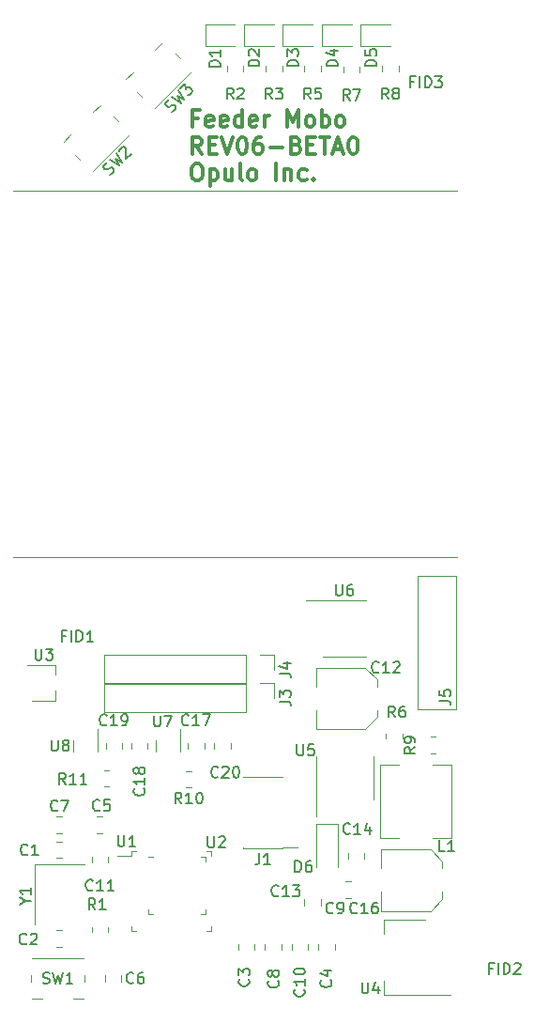
<source format=gbr>
G04 #@! TF.GenerationSoftware,KiCad,Pcbnew,(6.0.1-0)*
G04 #@! TF.CreationDate,2022-04-24T19:17:24-04:00*
G04 #@! TF.ProjectId,mobo,6d6f626f-2e6b-4696-9361-645f70636258,rev?*
G04 #@! TF.SameCoordinates,Original*
G04 #@! TF.FileFunction,Legend,Top*
G04 #@! TF.FilePolarity,Positive*
%FSLAX46Y46*%
G04 Gerber Fmt 4.6, Leading zero omitted, Abs format (unit mm)*
G04 Created by KiCad (PCBNEW (6.0.1-0)) date 2022-04-24 19:17:24*
%MOMM*%
%LPD*%
G01*
G04 APERTURE LIST*
%ADD10C,0.120000*%
%ADD11C,0.300000*%
%ADD12C,0.150000*%
G04 APERTURE END LIST*
D10*
X-40000000Y33000000D02*
X0Y33000000D01*
X0Y0D02*
X-40000000Y0D01*
D11*
X-23347857Y39522142D02*
X-23847857Y39522142D01*
X-23847857Y38736428D02*
X-23847857Y40236428D01*
X-23133571Y40236428D01*
X-21990714Y38807857D02*
X-22133571Y38736428D01*
X-22419285Y38736428D01*
X-22562142Y38807857D01*
X-22633571Y38950714D01*
X-22633571Y39522142D01*
X-22562142Y39665000D01*
X-22419285Y39736428D01*
X-22133571Y39736428D01*
X-21990714Y39665000D01*
X-21919285Y39522142D01*
X-21919285Y39379285D01*
X-22633571Y39236428D01*
X-20705000Y38807857D02*
X-20847857Y38736428D01*
X-21133571Y38736428D01*
X-21276428Y38807857D01*
X-21347857Y38950714D01*
X-21347857Y39522142D01*
X-21276428Y39665000D01*
X-21133571Y39736428D01*
X-20847857Y39736428D01*
X-20705000Y39665000D01*
X-20633571Y39522142D01*
X-20633571Y39379285D01*
X-21347857Y39236428D01*
X-19347857Y38736428D02*
X-19347857Y40236428D01*
X-19347857Y38807857D02*
X-19490714Y38736428D01*
X-19776428Y38736428D01*
X-19919285Y38807857D01*
X-19990714Y38879285D01*
X-20062142Y39022142D01*
X-20062142Y39450714D01*
X-19990714Y39593571D01*
X-19919285Y39665000D01*
X-19776428Y39736428D01*
X-19490714Y39736428D01*
X-19347857Y39665000D01*
X-18062142Y38807857D02*
X-18205000Y38736428D01*
X-18490714Y38736428D01*
X-18633571Y38807857D01*
X-18705000Y38950714D01*
X-18705000Y39522142D01*
X-18633571Y39665000D01*
X-18490714Y39736428D01*
X-18205000Y39736428D01*
X-18062142Y39665000D01*
X-17990714Y39522142D01*
X-17990714Y39379285D01*
X-18705000Y39236428D01*
X-17347857Y38736428D02*
X-17347857Y39736428D01*
X-17347857Y39450714D02*
X-17276428Y39593571D01*
X-17205000Y39665000D01*
X-17062142Y39736428D01*
X-16919285Y39736428D01*
X-15276428Y38736428D02*
X-15276428Y40236428D01*
X-14776428Y39165000D01*
X-14276428Y40236428D01*
X-14276428Y38736428D01*
X-13347857Y38736428D02*
X-13490714Y38807857D01*
X-13562142Y38879285D01*
X-13633571Y39022142D01*
X-13633571Y39450714D01*
X-13562142Y39593571D01*
X-13490714Y39665000D01*
X-13347857Y39736428D01*
X-13133571Y39736428D01*
X-12990714Y39665000D01*
X-12919285Y39593571D01*
X-12847857Y39450714D01*
X-12847857Y39022142D01*
X-12919285Y38879285D01*
X-12990714Y38807857D01*
X-13133571Y38736428D01*
X-13347857Y38736428D01*
X-12205000Y38736428D02*
X-12205000Y40236428D01*
X-12205000Y39665000D02*
X-12062142Y39736428D01*
X-11776428Y39736428D01*
X-11633571Y39665000D01*
X-11562142Y39593571D01*
X-11490714Y39450714D01*
X-11490714Y39022142D01*
X-11562142Y38879285D01*
X-11633571Y38807857D01*
X-11776428Y38736428D01*
X-12062142Y38736428D01*
X-12205000Y38807857D01*
X-10633571Y38736428D02*
X-10776428Y38807857D01*
X-10847857Y38879285D01*
X-10919285Y39022142D01*
X-10919285Y39450714D01*
X-10847857Y39593571D01*
X-10776428Y39665000D01*
X-10633571Y39736428D01*
X-10419285Y39736428D01*
X-10276428Y39665000D01*
X-10205000Y39593571D01*
X-10133571Y39450714D01*
X-10133571Y39022142D01*
X-10205000Y38879285D01*
X-10276428Y38807857D01*
X-10419285Y38736428D01*
X-10633571Y38736428D01*
X-22990714Y36321428D02*
X-23490714Y37035714D01*
X-23847857Y36321428D02*
X-23847857Y37821428D01*
X-23276428Y37821428D01*
X-23133571Y37750000D01*
X-23062142Y37678571D01*
X-22990714Y37535714D01*
X-22990714Y37321428D01*
X-23062142Y37178571D01*
X-23133571Y37107142D01*
X-23276428Y37035714D01*
X-23847857Y37035714D01*
X-22347857Y37107142D02*
X-21847857Y37107142D01*
X-21633571Y36321428D02*
X-22347857Y36321428D01*
X-22347857Y37821428D01*
X-21633571Y37821428D01*
X-21205000Y37821428D02*
X-20705000Y36321428D01*
X-20205000Y37821428D01*
X-19419285Y37821428D02*
X-19276428Y37821428D01*
X-19133571Y37750000D01*
X-19062142Y37678571D01*
X-18990714Y37535714D01*
X-18919285Y37250000D01*
X-18919285Y36892857D01*
X-18990714Y36607142D01*
X-19062142Y36464285D01*
X-19133571Y36392857D01*
X-19276428Y36321428D01*
X-19419285Y36321428D01*
X-19562142Y36392857D01*
X-19633571Y36464285D01*
X-19705000Y36607142D01*
X-19776428Y36892857D01*
X-19776428Y37250000D01*
X-19705000Y37535714D01*
X-19633571Y37678571D01*
X-19562142Y37750000D01*
X-19419285Y37821428D01*
X-17633571Y37821428D02*
X-17919285Y37821428D01*
X-18062142Y37750000D01*
X-18133571Y37678571D01*
X-18276428Y37464285D01*
X-18347857Y37178571D01*
X-18347857Y36607142D01*
X-18276428Y36464285D01*
X-18205000Y36392857D01*
X-18062142Y36321428D01*
X-17776428Y36321428D01*
X-17633571Y36392857D01*
X-17562142Y36464285D01*
X-17490714Y36607142D01*
X-17490714Y36964285D01*
X-17562142Y37107142D01*
X-17633571Y37178571D01*
X-17776428Y37250000D01*
X-18062142Y37250000D01*
X-18205000Y37178571D01*
X-18276428Y37107142D01*
X-18347857Y36964285D01*
X-16847857Y36892857D02*
X-15705000Y36892857D01*
X-14490714Y37107142D02*
X-14276428Y37035714D01*
X-14205000Y36964285D01*
X-14133571Y36821428D01*
X-14133571Y36607142D01*
X-14205000Y36464285D01*
X-14276428Y36392857D01*
X-14419285Y36321428D01*
X-14990714Y36321428D01*
X-14990714Y37821428D01*
X-14490714Y37821428D01*
X-14347857Y37750000D01*
X-14276428Y37678571D01*
X-14205000Y37535714D01*
X-14205000Y37392857D01*
X-14276428Y37250000D01*
X-14347857Y37178571D01*
X-14490714Y37107142D01*
X-14990714Y37107142D01*
X-13490714Y37107142D02*
X-12990714Y37107142D01*
X-12776428Y36321428D02*
X-13490714Y36321428D01*
X-13490714Y37821428D01*
X-12776428Y37821428D01*
X-12347857Y37821428D02*
X-11490714Y37821428D01*
X-11919285Y36321428D02*
X-11919285Y37821428D01*
X-11062142Y36750000D02*
X-10347857Y36750000D01*
X-11205000Y36321428D02*
X-10705000Y37821428D01*
X-10205000Y36321428D01*
X-9419285Y37821428D02*
X-9276428Y37821428D01*
X-9133571Y37750000D01*
X-9062142Y37678571D01*
X-8990714Y37535714D01*
X-8919285Y37250000D01*
X-8919285Y36892857D01*
X-8990714Y36607142D01*
X-9062142Y36464285D01*
X-9133571Y36392857D01*
X-9276428Y36321428D01*
X-9419285Y36321428D01*
X-9562142Y36392857D01*
X-9633571Y36464285D01*
X-9705000Y36607142D01*
X-9776428Y36892857D01*
X-9776428Y37250000D01*
X-9705000Y37535714D01*
X-9633571Y37678571D01*
X-9562142Y37750000D01*
X-9419285Y37821428D01*
X-23562142Y35406428D02*
X-23276428Y35406428D01*
X-23133571Y35335000D01*
X-22990714Y35192142D01*
X-22919285Y34906428D01*
X-22919285Y34406428D01*
X-22990714Y34120714D01*
X-23133571Y33977857D01*
X-23276428Y33906428D01*
X-23562142Y33906428D01*
X-23705000Y33977857D01*
X-23847857Y34120714D01*
X-23919285Y34406428D01*
X-23919285Y34906428D01*
X-23847857Y35192142D01*
X-23705000Y35335000D01*
X-23562142Y35406428D01*
X-22276428Y34906428D02*
X-22276428Y33406428D01*
X-22276428Y34835000D02*
X-22133571Y34906428D01*
X-21847857Y34906428D01*
X-21705000Y34835000D01*
X-21633571Y34763571D01*
X-21562142Y34620714D01*
X-21562142Y34192142D01*
X-21633571Y34049285D01*
X-21705000Y33977857D01*
X-21847857Y33906428D01*
X-22133571Y33906428D01*
X-22276428Y33977857D01*
X-20276428Y34906428D02*
X-20276428Y33906428D01*
X-20919285Y34906428D02*
X-20919285Y34120714D01*
X-20847857Y33977857D01*
X-20705000Y33906428D01*
X-20490714Y33906428D01*
X-20347857Y33977857D01*
X-20276428Y34049285D01*
X-19347857Y33906428D02*
X-19490714Y33977857D01*
X-19562142Y34120714D01*
X-19562142Y35406428D01*
X-18562142Y33906428D02*
X-18705000Y33977857D01*
X-18776428Y34049285D01*
X-18847857Y34192142D01*
X-18847857Y34620714D01*
X-18776428Y34763571D01*
X-18705000Y34835000D01*
X-18562142Y34906428D01*
X-18347857Y34906428D01*
X-18205000Y34835000D01*
X-18133571Y34763571D01*
X-18062142Y34620714D01*
X-18062142Y34192142D01*
X-18133571Y34049285D01*
X-18205000Y33977857D01*
X-18347857Y33906428D01*
X-18562142Y33906428D01*
X-16276428Y33906428D02*
X-16276428Y35406428D01*
X-15562142Y34906428D02*
X-15562142Y33906428D01*
X-15562142Y34763571D02*
X-15490714Y34835000D01*
X-15347857Y34906428D01*
X-15133571Y34906428D01*
X-14990714Y34835000D01*
X-14919285Y34692142D01*
X-14919285Y33906428D01*
X-13562142Y33977857D02*
X-13705000Y33906428D01*
X-13990714Y33906428D01*
X-14133571Y33977857D01*
X-14205000Y34049285D01*
X-14276428Y34192142D01*
X-14276428Y34620714D01*
X-14205000Y34763571D01*
X-14133571Y34835000D01*
X-13990714Y34906428D01*
X-13705000Y34906428D01*
X-13562142Y34835000D01*
X-12919285Y34049285D02*
X-12847857Y33977857D01*
X-12919285Y33906428D01*
X-12990714Y33977857D01*
X-12919285Y34049285D01*
X-12919285Y33906428D01*
D12*
X-1066666Y-26552380D02*
X-1542857Y-26552380D01*
X-1542857Y-25552380D01*
X-209523Y-26552380D02*
X-780952Y-26552380D01*
X-495238Y-26552380D02*
X-495238Y-25552380D01*
X-590476Y-25695238D01*
X-685714Y-25790476D01*
X-780952Y-25838095D01*
X-21542857Y-19807142D02*
X-21590476Y-19854761D01*
X-21733333Y-19902380D01*
X-21828571Y-19902380D01*
X-21971428Y-19854761D01*
X-22066666Y-19759523D01*
X-22114285Y-19664285D01*
X-22161904Y-19473809D01*
X-22161904Y-19330952D01*
X-22114285Y-19140476D01*
X-22066666Y-19045238D01*
X-21971428Y-18950000D01*
X-21828571Y-18902380D01*
X-21733333Y-18902380D01*
X-21590476Y-18950000D01*
X-21542857Y-18997619D01*
X-21161904Y-18997619D02*
X-21114285Y-18950000D01*
X-21019047Y-18902380D01*
X-20780952Y-18902380D01*
X-20685714Y-18950000D01*
X-20638095Y-18997619D01*
X-20590476Y-19092857D01*
X-20590476Y-19188095D01*
X-20638095Y-19330952D01*
X-21209523Y-19902380D01*
X-20590476Y-19902380D01*
X-19971428Y-18902380D02*
X-19876190Y-18902380D01*
X-19780952Y-18950000D01*
X-19733333Y-18997619D01*
X-19685714Y-19092857D01*
X-19638095Y-19283333D01*
X-19638095Y-19521428D01*
X-19685714Y-19711904D01*
X-19733333Y-19807142D01*
X-19780952Y-19854761D01*
X-19876190Y-19902380D01*
X-19971428Y-19902380D01*
X-20066666Y-19854761D01*
X-20114285Y-19807142D01*
X-20161904Y-19711904D01*
X-20209523Y-19521428D01*
X-20209523Y-19283333D01*
X-20161904Y-19092857D01*
X-20114285Y-18997619D01*
X-20066666Y-18950000D01*
X-19971428Y-18902380D01*
X-31592857Y-15107142D02*
X-31640476Y-15154761D01*
X-31783333Y-15202380D01*
X-31878571Y-15202380D01*
X-32021428Y-15154761D01*
X-32116666Y-15059523D01*
X-32164285Y-14964285D01*
X-32211904Y-14773809D01*
X-32211904Y-14630952D01*
X-32164285Y-14440476D01*
X-32116666Y-14345238D01*
X-32021428Y-14250000D01*
X-31878571Y-14202380D01*
X-31783333Y-14202380D01*
X-31640476Y-14250000D01*
X-31592857Y-14297619D01*
X-30640476Y-15202380D02*
X-31211904Y-15202380D01*
X-30926190Y-15202380D02*
X-30926190Y-14202380D01*
X-31021428Y-14345238D01*
X-31116666Y-14440476D01*
X-31211904Y-14488095D01*
X-30164285Y-15202380D02*
X-29973809Y-15202380D01*
X-29878571Y-15154761D01*
X-29830952Y-15107142D01*
X-29735714Y-14964285D01*
X-29688095Y-14773809D01*
X-29688095Y-14392857D01*
X-29735714Y-14297619D01*
X-29783333Y-14250000D01*
X-29878571Y-14202380D01*
X-30069047Y-14202380D01*
X-30164285Y-14250000D01*
X-30211904Y-14297619D01*
X-30259523Y-14392857D01*
X-30259523Y-14630952D01*
X-30211904Y-14726190D01*
X-30164285Y-14773809D01*
X-30069047Y-14821428D01*
X-29878571Y-14821428D01*
X-29783333Y-14773809D01*
X-29735714Y-14726190D01*
X-29688095Y-14630952D01*
X-28242857Y-20892857D02*
X-28195238Y-20940476D01*
X-28147619Y-21083333D01*
X-28147619Y-21178571D01*
X-28195238Y-21321428D01*
X-28290476Y-21416666D01*
X-28385714Y-21464285D01*
X-28576190Y-21511904D01*
X-28719047Y-21511904D01*
X-28909523Y-21464285D01*
X-29004761Y-21416666D01*
X-29100000Y-21321428D01*
X-29147619Y-21178571D01*
X-29147619Y-21083333D01*
X-29100000Y-20940476D01*
X-29052380Y-20892857D01*
X-28147619Y-19940476D02*
X-28147619Y-20511904D01*
X-28147619Y-20226190D02*
X-29147619Y-20226190D01*
X-29004761Y-20321428D01*
X-28909523Y-20416666D01*
X-28861904Y-20511904D01*
X-28719047Y-19369047D02*
X-28766666Y-19464285D01*
X-28814285Y-19511904D01*
X-28909523Y-19559523D01*
X-28957142Y-19559523D01*
X-29052380Y-19511904D01*
X-29100000Y-19464285D01*
X-29147619Y-19369047D01*
X-29147619Y-19178571D01*
X-29100000Y-19083333D01*
X-29052380Y-19035714D01*
X-28957142Y-18988095D01*
X-28909523Y-18988095D01*
X-28814285Y-19035714D01*
X-28766666Y-19083333D01*
X-28719047Y-19178571D01*
X-28719047Y-19369047D01*
X-28671428Y-19464285D01*
X-28623809Y-19511904D01*
X-28528571Y-19559523D01*
X-28338095Y-19559523D01*
X-28242857Y-19511904D01*
X-28195238Y-19464285D01*
X-28147619Y-19369047D01*
X-28147619Y-19178571D01*
X-28195238Y-19083333D01*
X-28242857Y-19035714D01*
X-28338095Y-18988095D01*
X-28528571Y-18988095D01*
X-28623809Y-19035714D01*
X-28671428Y-19083333D01*
X-28719047Y-19178571D01*
X-24192857Y-15107142D02*
X-24240476Y-15154761D01*
X-24383333Y-15202380D01*
X-24478571Y-15202380D01*
X-24621428Y-15154761D01*
X-24716666Y-15059523D01*
X-24764285Y-14964285D01*
X-24811904Y-14773809D01*
X-24811904Y-14630952D01*
X-24764285Y-14440476D01*
X-24716666Y-14345238D01*
X-24621428Y-14250000D01*
X-24478571Y-14202380D01*
X-24383333Y-14202380D01*
X-24240476Y-14250000D01*
X-24192857Y-14297619D01*
X-23240476Y-15202380D02*
X-23811904Y-15202380D01*
X-23526190Y-15202380D02*
X-23526190Y-14202380D01*
X-23621428Y-14345238D01*
X-23716666Y-14440476D01*
X-23811904Y-14488095D01*
X-22907142Y-14202380D02*
X-22240476Y-14202380D01*
X-22669047Y-15202380D01*
X-36561904Y-16502380D02*
X-36561904Y-17311904D01*
X-36514285Y-17407142D01*
X-36466666Y-17454761D01*
X-36371428Y-17502380D01*
X-36180952Y-17502380D01*
X-36085714Y-17454761D01*
X-36038095Y-17407142D01*
X-35990476Y-17311904D01*
X-35990476Y-16502380D01*
X-35371428Y-16930952D02*
X-35466666Y-16883333D01*
X-35514285Y-16835714D01*
X-35561904Y-16740476D01*
X-35561904Y-16692857D01*
X-35514285Y-16597619D01*
X-35466666Y-16550000D01*
X-35371428Y-16502380D01*
X-35180952Y-16502380D01*
X-35085714Y-16550000D01*
X-35038095Y-16597619D01*
X-34990476Y-16692857D01*
X-34990476Y-16740476D01*
X-35038095Y-16835714D01*
X-35085714Y-16883333D01*
X-35180952Y-16930952D01*
X-35371428Y-16930952D01*
X-35466666Y-16978571D01*
X-35514285Y-17026190D01*
X-35561904Y-17121428D01*
X-35561904Y-17311904D01*
X-35514285Y-17407142D01*
X-35466666Y-17454761D01*
X-35371428Y-17502380D01*
X-35180952Y-17502380D01*
X-35085714Y-17454761D01*
X-35038095Y-17407142D01*
X-34990476Y-17311904D01*
X-34990476Y-17121428D01*
X-35038095Y-17026190D01*
X-35085714Y-16978571D01*
X-35180952Y-16930952D01*
X-27311904Y-14302380D02*
X-27311904Y-15111904D01*
X-27264285Y-15207142D01*
X-27216666Y-15254761D01*
X-27121428Y-15302380D01*
X-26930952Y-15302380D01*
X-26835714Y-15254761D01*
X-26788095Y-15207142D01*
X-26740476Y-15111904D01*
X-26740476Y-14302380D01*
X-26359523Y-14302380D02*
X-25692857Y-14302380D01*
X-26121428Y-15302380D01*
X-35292857Y-20502380D02*
X-35626190Y-20026190D01*
X-35864285Y-20502380D02*
X-35864285Y-19502380D01*
X-35483333Y-19502380D01*
X-35388095Y-19550000D01*
X-35340476Y-19597619D01*
X-35292857Y-19692857D01*
X-35292857Y-19835714D01*
X-35340476Y-19930952D01*
X-35388095Y-19978571D01*
X-35483333Y-20026190D01*
X-35864285Y-20026190D01*
X-34340476Y-20502380D02*
X-34911904Y-20502380D01*
X-34626190Y-20502380D02*
X-34626190Y-19502380D01*
X-34721428Y-19645238D01*
X-34816666Y-19740476D01*
X-34911904Y-19788095D01*
X-33388095Y-20502380D02*
X-33959523Y-20502380D01*
X-33673809Y-20502380D02*
X-33673809Y-19502380D01*
X-33769047Y-19645238D01*
X-33864285Y-19740476D01*
X-33959523Y-19788095D01*
X-24842857Y-22252380D02*
X-25176190Y-21776190D01*
X-25414285Y-22252380D02*
X-25414285Y-21252380D01*
X-25033333Y-21252380D01*
X-24938095Y-21300000D01*
X-24890476Y-21347619D01*
X-24842857Y-21442857D01*
X-24842857Y-21585714D01*
X-24890476Y-21680952D01*
X-24938095Y-21728571D01*
X-25033333Y-21776190D01*
X-25414285Y-21776190D01*
X-23890476Y-22252380D02*
X-24461904Y-22252380D01*
X-24176190Y-22252380D02*
X-24176190Y-21252380D01*
X-24271428Y-21395238D01*
X-24366666Y-21490476D01*
X-24461904Y-21538095D01*
X-23271428Y-21252380D02*
X-23176190Y-21252380D01*
X-23080952Y-21300000D01*
X-23033333Y-21347619D01*
X-22985714Y-21442857D01*
X-22938095Y-21633333D01*
X-22938095Y-21871428D01*
X-22985714Y-22061904D01*
X-23033333Y-22157142D01*
X-23080952Y-22204761D01*
X-23176190Y-22252380D01*
X-23271428Y-22252380D01*
X-23366666Y-22204761D01*
X-23414285Y-22157142D01*
X-23461904Y-22061904D01*
X-23509523Y-21871428D01*
X-23509523Y-21633333D01*
X-23461904Y-21442857D01*
X-23414285Y-21347619D01*
X-23366666Y-21300000D01*
X-23271428Y-21252380D01*
X-15997619Y-10493333D02*
X-15283333Y-10493333D01*
X-15140476Y-10540952D01*
X-15045238Y-10636190D01*
X-14997619Y-10779047D01*
X-14997619Y-10874285D01*
X-15664285Y-9588571D02*
X-14997619Y-9588571D01*
X-16045238Y-9826666D02*
X-15330952Y-10064761D01*
X-15330952Y-9445714D01*
X-15997619Y-13033333D02*
X-15283333Y-13033333D01*
X-15140476Y-13080952D01*
X-15045238Y-13176190D01*
X-14997619Y-13319047D01*
X-14997619Y-13414285D01*
X-15997619Y-12652380D02*
X-15997619Y-12033333D01*
X-15616666Y-12366666D01*
X-15616666Y-12223809D01*
X-15569047Y-12128571D01*
X-15521428Y-12080952D01*
X-15426190Y-12033333D01*
X-15188095Y-12033333D01*
X-15092857Y-12080952D01*
X-15045238Y-12128571D01*
X-14997619Y-12223809D01*
X-14997619Y-12509523D01*
X-15045238Y-12604761D01*
X-15092857Y-12652380D01*
X-22461904Y-25202380D02*
X-22461904Y-26011904D01*
X-22414285Y-26107142D01*
X-22366666Y-26154761D01*
X-22271428Y-26202380D01*
X-22080952Y-26202380D01*
X-21985714Y-26154761D01*
X-21938095Y-26107142D01*
X-21890476Y-26011904D01*
X-21890476Y-25202380D01*
X-21461904Y-25297619D02*
X-21414285Y-25250000D01*
X-21319047Y-25202380D01*
X-21080952Y-25202380D01*
X-20985714Y-25250000D01*
X-20938095Y-25297619D01*
X-20890476Y-25392857D01*
X-20890476Y-25488095D01*
X-20938095Y-25630952D01*
X-21509523Y-26202380D01*
X-20890476Y-26202380D01*
X-14588095Y-28402380D02*
X-14588095Y-27402380D01*
X-14350000Y-27402380D01*
X-14207142Y-27450000D01*
X-14111904Y-27545238D01*
X-14064285Y-27640476D01*
X-14016666Y-27830952D01*
X-14016666Y-27973809D01*
X-14064285Y-28164285D01*
X-14111904Y-28259523D01*
X-14207142Y-28354761D01*
X-14350000Y-28402380D01*
X-14588095Y-28402380D01*
X-13159523Y-27402380D02*
X-13350000Y-27402380D01*
X-13445238Y-27450000D01*
X-13492857Y-27497619D01*
X-13588095Y-27640476D01*
X-13635714Y-27830952D01*
X-13635714Y-28211904D01*
X-13588095Y-28307142D01*
X-13540476Y-28354761D01*
X-13445238Y-28402380D01*
X-13254761Y-28402380D01*
X-13159523Y-28354761D01*
X-13111904Y-28307142D01*
X-13064285Y-28211904D01*
X-13064285Y-27973809D01*
X-13111904Y-27878571D01*
X-13159523Y-27830952D01*
X-13254761Y-27783333D01*
X-13445238Y-27783333D01*
X-13540476Y-27830952D01*
X-13588095Y-27878571D01*
X-13635714Y-27973809D01*
X-1547619Y-12983333D02*
X-833333Y-12983333D01*
X-690476Y-13030952D01*
X-595238Y-13126190D01*
X-547619Y-13269047D01*
X-547619Y-13364285D01*
X-1547619Y-12030952D02*
X-1547619Y-12507142D01*
X-1071428Y-12554761D01*
X-1119047Y-12507142D01*
X-1166666Y-12411904D01*
X-1166666Y-12173809D01*
X-1119047Y-12078571D01*
X-1071428Y-12030952D01*
X-976190Y-11983333D01*
X-738095Y-11983333D01*
X-642857Y-12030952D01*
X-595238Y-12078571D01*
X-547619Y-12173809D01*
X-547619Y-12411904D01*
X-595238Y-12507142D01*
X-642857Y-12554761D01*
X-6166666Y41247619D02*
X-6500000Y41723809D01*
X-6738095Y41247619D02*
X-6738095Y42247619D01*
X-6357142Y42247619D01*
X-6261904Y42200000D01*
X-6214285Y42152380D01*
X-6166666Y42057142D01*
X-6166666Y41914285D01*
X-6214285Y41819047D01*
X-6261904Y41771428D01*
X-6357142Y41723809D01*
X-6738095Y41723809D01*
X-5595238Y41819047D02*
X-5690476Y41866666D01*
X-5738095Y41914285D01*
X-5785714Y42009523D01*
X-5785714Y42057142D01*
X-5738095Y42152380D01*
X-5690476Y42200000D01*
X-5595238Y42247619D01*
X-5404761Y42247619D01*
X-5309523Y42200000D01*
X-5261904Y42152380D01*
X-5214285Y42057142D01*
X-5214285Y42009523D01*
X-5261904Y41914285D01*
X-5309523Y41866666D01*
X-5404761Y41819047D01*
X-5595238Y41819047D01*
X-5690476Y41771428D01*
X-5738095Y41723809D01*
X-5785714Y41628571D01*
X-5785714Y41438095D01*
X-5738095Y41342857D01*
X-5690476Y41295238D01*
X-5595238Y41247619D01*
X-5404761Y41247619D01*
X-5309523Y41295238D01*
X-5261904Y41342857D01*
X-5214285Y41438095D01*
X-5214285Y41628571D01*
X-5261904Y41723809D01*
X-5309523Y41771428D01*
X-5404761Y41819047D01*
X-3747619Y-17166666D02*
X-4223809Y-17500000D01*
X-3747619Y-17738095D02*
X-4747619Y-17738095D01*
X-4747619Y-17357142D01*
X-4700000Y-17261904D01*
X-4652380Y-17214285D01*
X-4557142Y-17166666D01*
X-4414285Y-17166666D01*
X-4319047Y-17214285D01*
X-4271428Y-17261904D01*
X-4223809Y-17357142D01*
X-4223809Y-17738095D01*
X-3747619Y-16690476D02*
X-3747619Y-16500000D01*
X-3795238Y-16404761D01*
X-3842857Y-16357142D01*
X-3985714Y-16261904D01*
X-4176190Y-16214285D01*
X-4557142Y-16214285D01*
X-4652380Y-16261904D01*
X-4700000Y-16309523D01*
X-4747619Y-16404761D01*
X-4747619Y-16595238D01*
X-4700000Y-16690476D01*
X-4652380Y-16738095D01*
X-4557142Y-16785714D01*
X-4319047Y-16785714D01*
X-4223809Y-16738095D01*
X-4176190Y-16690476D01*
X-4128571Y-16595238D01*
X-4128571Y-16404761D01*
X-4176190Y-16309523D01*
X-4223809Y-16261904D01*
X-4319047Y-16214285D01*
X-11166666Y-32057142D02*
X-11214285Y-32104761D01*
X-11357142Y-32152380D01*
X-11452380Y-32152380D01*
X-11595238Y-32104761D01*
X-11690476Y-32009523D01*
X-11738095Y-31914285D01*
X-11785714Y-31723809D01*
X-11785714Y-31580952D01*
X-11738095Y-31390476D01*
X-11690476Y-31295238D01*
X-11595238Y-31200000D01*
X-11452380Y-31152380D01*
X-11357142Y-31152380D01*
X-11214285Y-31200000D01*
X-11166666Y-31247619D01*
X-10690476Y-32152380D02*
X-10500000Y-32152380D01*
X-10404761Y-32104761D01*
X-10357142Y-32057142D01*
X-10261904Y-31914285D01*
X-10214285Y-31723809D01*
X-10214285Y-31342857D01*
X-10261904Y-31247619D01*
X-10309523Y-31200000D01*
X-10404761Y-31152380D01*
X-10595238Y-31152380D01*
X-10690476Y-31200000D01*
X-10738095Y-31247619D01*
X-10785714Y-31342857D01*
X-10785714Y-31580952D01*
X-10738095Y-31676190D01*
X-10690476Y-31723809D01*
X-10595238Y-31771428D01*
X-10404761Y-31771428D01*
X-10309523Y-31723809D01*
X-10261904Y-31676190D01*
X-10214285Y-31580952D01*
X-11392857Y-38166666D02*
X-11345238Y-38214285D01*
X-11297619Y-38357142D01*
X-11297619Y-38452380D01*
X-11345238Y-38595238D01*
X-11440476Y-38690476D01*
X-11535714Y-38738095D01*
X-11726190Y-38785714D01*
X-11869047Y-38785714D01*
X-12059523Y-38738095D01*
X-12154761Y-38690476D01*
X-12250000Y-38595238D01*
X-12297619Y-38452380D01*
X-12297619Y-38357142D01*
X-12250000Y-38214285D01*
X-12202380Y-38166666D01*
X-11964285Y-37309523D02*
X-11297619Y-37309523D01*
X-12345238Y-37547619D02*
X-11630952Y-37785714D01*
X-11630952Y-37166666D01*
X-30561904Y-25102380D02*
X-30561904Y-25911904D01*
X-30514285Y-26007142D01*
X-30466666Y-26054761D01*
X-30371428Y-26102380D01*
X-30180952Y-26102380D01*
X-30085714Y-26054761D01*
X-30038095Y-26007142D01*
X-29990476Y-25911904D01*
X-29990476Y-25102380D01*
X-28990476Y-26102380D02*
X-29561904Y-26102380D01*
X-29276190Y-26102380D02*
X-29276190Y-25102380D01*
X-29371428Y-25245238D01*
X-29466666Y-25340476D01*
X-29561904Y-25388095D01*
X-16666666Y41247619D02*
X-17000000Y41723809D01*
X-17238095Y41247619D02*
X-17238095Y42247619D01*
X-16857142Y42247619D01*
X-16761904Y42200000D01*
X-16714285Y42152380D01*
X-16666666Y42057142D01*
X-16666666Y41914285D01*
X-16714285Y41819047D01*
X-16761904Y41771428D01*
X-16857142Y41723809D01*
X-17238095Y41723809D01*
X-16333333Y42247619D02*
X-15714285Y42247619D01*
X-16047619Y41866666D01*
X-15904761Y41866666D01*
X-15809523Y41819047D01*
X-15761904Y41771428D01*
X-15714285Y41676190D01*
X-15714285Y41438095D01*
X-15761904Y41342857D01*
X-15809523Y41295238D01*
X-15904761Y41247619D01*
X-16190476Y41247619D01*
X-16285714Y41295238D01*
X-16333333Y41342857D01*
X-14297619Y44211904D02*
X-15297619Y44211904D01*
X-15297619Y44450000D01*
X-15250000Y44592857D01*
X-15154761Y44688095D01*
X-15059523Y44735714D01*
X-14869047Y44783333D01*
X-14726190Y44783333D01*
X-14535714Y44735714D01*
X-14440476Y44688095D01*
X-14345238Y44592857D01*
X-14297619Y44450000D01*
X-14297619Y44211904D01*
X-15297619Y45116666D02*
X-15297619Y45735714D01*
X-14916666Y45402380D01*
X-14916666Y45545238D01*
X-14869047Y45640476D01*
X-14821428Y45688095D01*
X-14726190Y45735714D01*
X-14488095Y45735714D01*
X-14392857Y45688095D01*
X-14345238Y45640476D01*
X-14297619Y45545238D01*
X-14297619Y45259523D01*
X-14345238Y45164285D01*
X-14392857Y45116666D01*
X-20166666Y41247619D02*
X-20500000Y41723809D01*
X-20738095Y41247619D02*
X-20738095Y42247619D01*
X-20357142Y42247619D01*
X-20261904Y42200000D01*
X-20214285Y42152380D01*
X-20166666Y42057142D01*
X-20166666Y41914285D01*
X-20214285Y41819047D01*
X-20261904Y41771428D01*
X-20357142Y41723809D01*
X-20738095Y41723809D01*
X-19785714Y42152380D02*
X-19738095Y42200000D01*
X-19642857Y42247619D01*
X-19404761Y42247619D01*
X-19309523Y42200000D01*
X-19261904Y42152380D01*
X-19214285Y42057142D01*
X-19214285Y41961904D01*
X-19261904Y41819047D01*
X-19833333Y41247619D01*
X-19214285Y41247619D01*
X-8561904Y-38352380D02*
X-8561904Y-39161904D01*
X-8514285Y-39257142D01*
X-8466666Y-39304761D01*
X-8371428Y-39352380D01*
X-8180952Y-39352380D01*
X-8085714Y-39304761D01*
X-8038095Y-39257142D01*
X-7990476Y-39161904D01*
X-7990476Y-38352380D01*
X-7085714Y-38685714D02*
X-7085714Y-39352380D01*
X-7323809Y-38304761D02*
X-7561904Y-39019047D01*
X-6942857Y-39019047D01*
X-38923809Y-31026190D02*
X-38447619Y-31026190D01*
X-39447619Y-31359523D02*
X-38923809Y-31026190D01*
X-39447619Y-30692857D01*
X-38447619Y-29835714D02*
X-38447619Y-30407142D01*
X-38447619Y-30121428D02*
X-39447619Y-30121428D01*
X-39304761Y-30216666D01*
X-39209523Y-30311904D01*
X-39161904Y-30407142D01*
X-36016666Y-22827142D02*
X-36064285Y-22874761D01*
X-36207142Y-22922380D01*
X-36302380Y-22922380D01*
X-36445238Y-22874761D01*
X-36540476Y-22779523D01*
X-36588095Y-22684285D01*
X-36635714Y-22493809D01*
X-36635714Y-22350952D01*
X-36588095Y-22160476D01*
X-36540476Y-22065238D01*
X-36445238Y-21970000D01*
X-36302380Y-21922380D01*
X-36207142Y-21922380D01*
X-36064285Y-21970000D01*
X-36016666Y-22017619D01*
X-35683333Y-21922380D02*
X-35016666Y-21922380D01*
X-35445238Y-22922380D01*
X-5566666Y-14452380D02*
X-5900000Y-13976190D01*
X-6138095Y-14452380D02*
X-6138095Y-13452380D01*
X-5757142Y-13452380D01*
X-5661904Y-13500000D01*
X-5614285Y-13547619D01*
X-5566666Y-13642857D01*
X-5566666Y-13785714D01*
X-5614285Y-13880952D01*
X-5661904Y-13928571D01*
X-5757142Y-13976190D01*
X-6138095Y-13976190D01*
X-4709523Y-13452380D02*
X-4900000Y-13452380D01*
X-4995238Y-13500000D01*
X-5042857Y-13547619D01*
X-5138095Y-13690476D01*
X-5185714Y-13880952D01*
X-5185714Y-14261904D01*
X-5138095Y-14357142D01*
X-5090476Y-14404761D01*
X-4995238Y-14452380D01*
X-4804761Y-14452380D01*
X-4709523Y-14404761D01*
X-4661904Y-14357142D01*
X-4614285Y-14261904D01*
X-4614285Y-14023809D01*
X-4661904Y-13928571D01*
X-4709523Y-13880952D01*
X-4804761Y-13833333D01*
X-4995238Y-13833333D01*
X-5090476Y-13880952D01*
X-5138095Y-13928571D01*
X-5185714Y-14023809D01*
X-9666666Y41147619D02*
X-10000000Y41623809D01*
X-10238095Y41147619D02*
X-10238095Y42147619D01*
X-9857142Y42147619D01*
X-9761904Y42100000D01*
X-9714285Y42052380D01*
X-9666666Y41957142D01*
X-9666666Y41814285D01*
X-9714285Y41719047D01*
X-9761904Y41671428D01*
X-9857142Y41623809D01*
X-10238095Y41623809D01*
X-9333333Y42147619D02*
X-8666666Y42147619D01*
X-9095238Y41147619D01*
X-7042857Y-10357142D02*
X-7090476Y-10404761D01*
X-7233333Y-10452380D01*
X-7328571Y-10452380D01*
X-7471428Y-10404761D01*
X-7566666Y-10309523D01*
X-7614285Y-10214285D01*
X-7661904Y-10023809D01*
X-7661904Y-9880952D01*
X-7614285Y-9690476D01*
X-7566666Y-9595238D01*
X-7471428Y-9500000D01*
X-7328571Y-9452380D01*
X-7233333Y-9452380D01*
X-7090476Y-9500000D01*
X-7042857Y-9547619D01*
X-6090476Y-10452380D02*
X-6661904Y-10452380D01*
X-6376190Y-10452380D02*
X-6376190Y-9452380D01*
X-6471428Y-9595238D01*
X-6566666Y-9690476D01*
X-6661904Y-9738095D01*
X-5709523Y-9547619D02*
X-5661904Y-9500000D01*
X-5566666Y-9452380D01*
X-5328571Y-9452380D01*
X-5233333Y-9500000D01*
X-5185714Y-9547619D01*
X-5138095Y-9642857D01*
X-5138095Y-9738095D01*
X-5185714Y-9880952D01*
X-5757142Y-10452380D01*
X-5138095Y-10452380D01*
X-8992857Y-32057142D02*
X-9040476Y-32104761D01*
X-9183333Y-32152380D01*
X-9278571Y-32152380D01*
X-9421428Y-32104761D01*
X-9516666Y-32009523D01*
X-9564285Y-31914285D01*
X-9611904Y-31723809D01*
X-9611904Y-31580952D01*
X-9564285Y-31390476D01*
X-9516666Y-31295238D01*
X-9421428Y-31200000D01*
X-9278571Y-31152380D01*
X-9183333Y-31152380D01*
X-9040476Y-31200000D01*
X-8992857Y-31247619D01*
X-8040476Y-32152380D02*
X-8611904Y-32152380D01*
X-8326190Y-32152380D02*
X-8326190Y-31152380D01*
X-8421428Y-31295238D01*
X-8516666Y-31390476D01*
X-8611904Y-31438095D01*
X-7183333Y-31152380D02*
X-7373809Y-31152380D01*
X-7469047Y-31200000D01*
X-7516666Y-31247619D01*
X-7611904Y-31390476D01*
X-7659523Y-31580952D01*
X-7659523Y-31961904D01*
X-7611904Y-32057142D01*
X-7564285Y-32104761D01*
X-7469047Y-32152380D01*
X-7278571Y-32152380D01*
X-7183333Y-32104761D01*
X-7135714Y-32057142D01*
X-7088095Y-31961904D01*
X-7088095Y-31723809D01*
X-7135714Y-31628571D01*
X-7183333Y-31580952D01*
X-7278571Y-31533333D01*
X-7469047Y-31533333D01*
X-7564285Y-31580952D01*
X-7611904Y-31628571D01*
X-7659523Y-31723809D01*
X-35321428Y-7128571D02*
X-35654761Y-7128571D01*
X-35654761Y-7652380D02*
X-35654761Y-6652380D01*
X-35178571Y-6652380D01*
X-34797619Y-7652380D02*
X-34797619Y-6652380D01*
X-34321428Y-7652380D02*
X-34321428Y-6652380D01*
X-34083333Y-6652380D01*
X-33940476Y-6700000D01*
X-33845238Y-6795238D01*
X-33797619Y-6890476D01*
X-33750000Y-7080952D01*
X-33750000Y-7223809D01*
X-33797619Y-7414285D01*
X-33845238Y-7509523D01*
X-33940476Y-7604761D01*
X-34083333Y-7652380D01*
X-34321428Y-7652380D01*
X-32797619Y-7652380D02*
X-33369047Y-7652380D01*
X-33083333Y-7652380D02*
X-33083333Y-6652380D01*
X-33178571Y-6795238D01*
X-33273809Y-6890476D01*
X-33369047Y-6938095D01*
X3228571Y-37078571D02*
X2895238Y-37078571D01*
X2895238Y-37602380D02*
X2895238Y-36602380D01*
X3371428Y-36602380D01*
X3752380Y-37602380D02*
X3752380Y-36602380D01*
X4228571Y-37602380D02*
X4228571Y-36602380D01*
X4466666Y-36602380D01*
X4609523Y-36650000D01*
X4704761Y-36745238D01*
X4752380Y-36840476D01*
X4800000Y-37030952D01*
X4800000Y-37173809D01*
X4752380Y-37364285D01*
X4704761Y-37459523D01*
X4609523Y-37554761D01*
X4466666Y-37602380D01*
X4228571Y-37602380D01*
X5180952Y-36697619D02*
X5228571Y-36650000D01*
X5323809Y-36602380D01*
X5561904Y-36602380D01*
X5657142Y-36650000D01*
X5704761Y-36697619D01*
X5752380Y-36792857D01*
X5752380Y-36888095D01*
X5704761Y-37030952D01*
X5133333Y-37602380D01*
X5752380Y-37602380D01*
X-37333333Y-38404761D02*
X-37190476Y-38452380D01*
X-36952380Y-38452380D01*
X-36857142Y-38404761D01*
X-36809523Y-38357142D01*
X-36761904Y-38261904D01*
X-36761904Y-38166666D01*
X-36809523Y-38071428D01*
X-36857142Y-38023809D01*
X-36952380Y-37976190D01*
X-37142857Y-37928571D01*
X-37238095Y-37880952D01*
X-37285714Y-37833333D01*
X-37333333Y-37738095D01*
X-37333333Y-37642857D01*
X-37285714Y-37547619D01*
X-37238095Y-37500000D01*
X-37142857Y-37452380D01*
X-36904761Y-37452380D01*
X-36761904Y-37500000D01*
X-36428571Y-37452380D02*
X-36190476Y-38452380D01*
X-36000000Y-37738095D01*
X-35809523Y-38452380D01*
X-35571428Y-37452380D01*
X-34666666Y-38452380D02*
X-35238095Y-38452380D01*
X-34952380Y-38452380D02*
X-34952380Y-37452380D01*
X-35047619Y-37595238D01*
X-35142857Y-37690476D01*
X-35238095Y-37738095D01*
X-25703046Y40117428D02*
X-25568359Y40184771D01*
X-25400000Y40353130D01*
X-25366328Y40454145D01*
X-25366328Y40521489D01*
X-25400000Y40622504D01*
X-25467343Y40689847D01*
X-25568359Y40723519D01*
X-25635702Y40723519D01*
X-25736717Y40689847D01*
X-25905076Y40588832D01*
X-26006091Y40555160D01*
X-26073435Y40555160D01*
X-26174450Y40588832D01*
X-26241794Y40656176D01*
X-26275465Y40757191D01*
X-26275465Y40824534D01*
X-26241794Y40925550D01*
X-26073435Y41093908D01*
X-25938748Y41161252D01*
X-25736717Y41430626D02*
X-24861252Y40891878D01*
X-25231641Y41531641D01*
X-24591878Y41161252D01*
X-25130626Y42036717D01*
X-24928595Y42238748D02*
X-24490863Y42676481D01*
X-24457191Y42171404D01*
X-24356176Y42272420D01*
X-24255160Y42306091D01*
X-24187817Y42306091D01*
X-24086802Y42272420D01*
X-23918443Y42104061D01*
X-23884771Y42003046D01*
X-23884771Y41935702D01*
X-23918443Y41834687D01*
X-24120473Y41632656D01*
X-24221489Y41598985D01*
X-24288832Y41598985D01*
X-18792857Y-38066666D02*
X-18745238Y-38114285D01*
X-18697619Y-38257142D01*
X-18697619Y-38352380D01*
X-18745238Y-38495238D01*
X-18840476Y-38590476D01*
X-18935714Y-38638095D01*
X-19126190Y-38685714D01*
X-19269047Y-38685714D01*
X-19459523Y-38638095D01*
X-19554761Y-38590476D01*
X-19650000Y-38495238D01*
X-19697619Y-38352380D01*
X-19697619Y-38257142D01*
X-19650000Y-38114285D01*
X-19602380Y-38066666D01*
X-19697619Y-37733333D02*
X-19697619Y-37114285D01*
X-19316666Y-37447619D01*
X-19316666Y-37304761D01*
X-19269047Y-37209523D01*
X-19221428Y-37161904D01*
X-19126190Y-37114285D01*
X-18888095Y-37114285D01*
X-18792857Y-37161904D01*
X-18745238Y-37209523D01*
X-18697619Y-37304761D01*
X-18697619Y-37590476D01*
X-18745238Y-37685714D01*
X-18792857Y-37733333D01*
X-9642857Y-24907142D02*
X-9690476Y-24954761D01*
X-9833333Y-25002380D01*
X-9928571Y-25002380D01*
X-10071428Y-24954761D01*
X-10166666Y-24859523D01*
X-10214285Y-24764285D01*
X-10261904Y-24573809D01*
X-10261904Y-24430952D01*
X-10214285Y-24240476D01*
X-10166666Y-24145238D01*
X-10071428Y-24050000D01*
X-9928571Y-24002380D01*
X-9833333Y-24002380D01*
X-9690476Y-24050000D01*
X-9642857Y-24097619D01*
X-8690476Y-25002380D02*
X-9261904Y-25002380D01*
X-8976190Y-25002380D02*
X-8976190Y-24002380D01*
X-9071428Y-24145238D01*
X-9166666Y-24240476D01*
X-9261904Y-24288095D01*
X-7833333Y-24335714D02*
X-7833333Y-25002380D01*
X-8071428Y-23954761D02*
X-8309523Y-24669047D01*
X-7690476Y-24669047D01*
X-16092857Y-30507142D02*
X-16140476Y-30554761D01*
X-16283333Y-30602380D01*
X-16378571Y-30602380D01*
X-16521428Y-30554761D01*
X-16616666Y-30459523D01*
X-16664285Y-30364285D01*
X-16711904Y-30173809D01*
X-16711904Y-30030952D01*
X-16664285Y-29840476D01*
X-16616666Y-29745238D01*
X-16521428Y-29650000D01*
X-16378571Y-29602380D01*
X-16283333Y-29602380D01*
X-16140476Y-29650000D01*
X-16092857Y-29697619D01*
X-15140476Y-30602380D02*
X-15711904Y-30602380D01*
X-15426190Y-30602380D02*
X-15426190Y-29602380D01*
X-15521428Y-29745238D01*
X-15616666Y-29840476D01*
X-15711904Y-29888095D01*
X-14807142Y-29602380D02*
X-14188095Y-29602380D01*
X-14521428Y-29983333D01*
X-14378571Y-29983333D01*
X-14283333Y-30030952D01*
X-14235714Y-30078571D01*
X-14188095Y-30173809D01*
X-14188095Y-30411904D01*
X-14235714Y-30507142D01*
X-14283333Y-30554761D01*
X-14378571Y-30602380D01*
X-14664285Y-30602380D01*
X-14759523Y-30554761D01*
X-14807142Y-30507142D01*
X-32216666Y-22807142D02*
X-32264285Y-22854761D01*
X-32407142Y-22902380D01*
X-32502380Y-22902380D01*
X-32645238Y-22854761D01*
X-32740476Y-22759523D01*
X-32788095Y-22664285D01*
X-32835714Y-22473809D01*
X-32835714Y-22330952D01*
X-32788095Y-22140476D01*
X-32740476Y-22045238D01*
X-32645238Y-21950000D01*
X-32502380Y-21902380D01*
X-32407142Y-21902380D01*
X-32264285Y-21950000D01*
X-32216666Y-21997619D01*
X-31311904Y-21902380D02*
X-31788095Y-21902380D01*
X-31835714Y-22378571D01*
X-31788095Y-22330952D01*
X-31692857Y-22283333D01*
X-31454761Y-22283333D01*
X-31359523Y-22330952D01*
X-31311904Y-22378571D01*
X-31264285Y-22473809D01*
X-31264285Y-22711904D01*
X-31311904Y-22807142D01*
X-31359523Y-22854761D01*
X-31454761Y-22902380D01*
X-31692857Y-22902380D01*
X-31788095Y-22854761D01*
X-31835714Y-22807142D01*
X-17797619Y44211904D02*
X-18797619Y44211904D01*
X-18797619Y44450000D01*
X-18750000Y44592857D01*
X-18654761Y44688095D01*
X-18559523Y44735714D01*
X-18369047Y44783333D01*
X-18226190Y44783333D01*
X-18035714Y44735714D01*
X-17940476Y44688095D01*
X-17845238Y44592857D01*
X-17797619Y44450000D01*
X-17797619Y44211904D01*
X-18702380Y45164285D02*
X-18750000Y45211904D01*
X-18797619Y45307142D01*
X-18797619Y45545238D01*
X-18750000Y45640476D01*
X-18702380Y45688095D01*
X-18607142Y45735714D01*
X-18511904Y45735714D01*
X-18369047Y45688095D01*
X-17797619Y45116666D01*
X-17797619Y45735714D01*
X-10911904Y-2502380D02*
X-10911904Y-3311904D01*
X-10864285Y-3407142D01*
X-10816666Y-3454761D01*
X-10721428Y-3502380D01*
X-10530952Y-3502380D01*
X-10435714Y-3454761D01*
X-10388095Y-3407142D01*
X-10340476Y-3311904D01*
X-10340476Y-2502380D01*
X-9435714Y-2502380D02*
X-9626190Y-2502380D01*
X-9721428Y-2550000D01*
X-9769047Y-2597619D01*
X-9864285Y-2740476D01*
X-9911904Y-2930952D01*
X-9911904Y-3311904D01*
X-9864285Y-3407142D01*
X-9816666Y-3454761D01*
X-9721428Y-3502380D01*
X-9530952Y-3502380D01*
X-9435714Y-3454761D01*
X-9388095Y-3407142D01*
X-9340476Y-3311904D01*
X-9340476Y-3073809D01*
X-9388095Y-2978571D01*
X-9435714Y-2930952D01*
X-9530952Y-2883333D01*
X-9721428Y-2883333D01*
X-9816666Y-2930952D01*
X-9864285Y-2978571D01*
X-9911904Y-3073809D01*
X-32616666Y-31802380D02*
X-32950000Y-31326190D01*
X-33188095Y-31802380D02*
X-33188095Y-30802380D01*
X-32807142Y-30802380D01*
X-32711904Y-30850000D01*
X-32664285Y-30897619D01*
X-32616666Y-30992857D01*
X-32616666Y-31135714D01*
X-32664285Y-31230952D01*
X-32711904Y-31278571D01*
X-32807142Y-31326190D01*
X-33188095Y-31326190D01*
X-31664285Y-31802380D02*
X-32235714Y-31802380D01*
X-31950000Y-31802380D02*
X-31950000Y-30802380D01*
X-32045238Y-30945238D01*
X-32140476Y-31040476D01*
X-32235714Y-31088095D01*
X-38011904Y-8302380D02*
X-38011904Y-9111904D01*
X-37964285Y-9207142D01*
X-37916666Y-9254761D01*
X-37821428Y-9302380D01*
X-37630952Y-9302380D01*
X-37535714Y-9254761D01*
X-37488095Y-9207142D01*
X-37440476Y-9111904D01*
X-37440476Y-8302380D01*
X-37059523Y-8302380D02*
X-36440476Y-8302380D01*
X-36773809Y-8683333D01*
X-36630952Y-8683333D01*
X-36535714Y-8730952D01*
X-36488095Y-8778571D01*
X-36440476Y-8873809D01*
X-36440476Y-9111904D01*
X-36488095Y-9207142D01*
X-36535714Y-9254761D01*
X-36630952Y-9302380D01*
X-36916666Y-9302380D01*
X-37011904Y-9254761D01*
X-37059523Y-9207142D01*
X-32842857Y-30007142D02*
X-32890476Y-30054761D01*
X-33033333Y-30102380D01*
X-33128571Y-30102380D01*
X-33271428Y-30054761D01*
X-33366666Y-29959523D01*
X-33414285Y-29864285D01*
X-33461904Y-29673809D01*
X-33461904Y-29530952D01*
X-33414285Y-29340476D01*
X-33366666Y-29245238D01*
X-33271428Y-29150000D01*
X-33128571Y-29102380D01*
X-33033333Y-29102380D01*
X-32890476Y-29150000D01*
X-32842857Y-29197619D01*
X-31890476Y-30102380D02*
X-32461904Y-30102380D01*
X-32176190Y-30102380D02*
X-32176190Y-29102380D01*
X-32271428Y-29245238D01*
X-32366666Y-29340476D01*
X-32461904Y-29388095D01*
X-30938095Y-30102380D02*
X-31509523Y-30102380D01*
X-31223809Y-30102380D02*
X-31223809Y-29102380D01*
X-31319047Y-29245238D01*
X-31414285Y-29340476D01*
X-31509523Y-29388095D01*
X-31306599Y34470981D02*
X-31171912Y34538324D01*
X-31003553Y34706683D01*
X-30969881Y34807698D01*
X-30969881Y34875042D01*
X-31003553Y34976057D01*
X-31070896Y35043400D01*
X-31171912Y35077072D01*
X-31239255Y35077072D01*
X-31340270Y35043400D01*
X-31508629Y34942385D01*
X-31609644Y34908713D01*
X-31676988Y34908713D01*
X-31778003Y34942385D01*
X-31845347Y35009729D01*
X-31879018Y35110744D01*
X-31879018Y35178087D01*
X-31845347Y35279103D01*
X-31676988Y35447461D01*
X-31542301Y35514805D01*
X-31340270Y35784179D02*
X-30464805Y35245431D01*
X-30835194Y35885194D01*
X-30195431Y35514805D01*
X-30734179Y36390270D01*
X-30431133Y36558629D02*
X-30431133Y36625973D01*
X-30397461Y36726988D01*
X-30229103Y36895347D01*
X-30128087Y36929018D01*
X-30060744Y36929018D01*
X-29959729Y36895347D01*
X-29892385Y36828003D01*
X-29825042Y36693316D01*
X-29825042Y35885194D01*
X-29387309Y36322927D01*
X-21347619Y44161904D02*
X-22347619Y44161904D01*
X-22347619Y44400000D01*
X-22300000Y44542857D01*
X-22204761Y44638095D01*
X-22109523Y44685714D01*
X-21919047Y44733333D01*
X-21776190Y44733333D01*
X-21585714Y44685714D01*
X-21490476Y44638095D01*
X-21395238Y44542857D01*
X-21347619Y44400000D01*
X-21347619Y44161904D01*
X-21347619Y45685714D02*
X-21347619Y45114285D01*
X-21347619Y45400000D02*
X-22347619Y45400000D01*
X-22204761Y45304761D01*
X-22109523Y45209523D01*
X-22061904Y45114285D01*
X-38716666Y-26807142D02*
X-38764285Y-26854761D01*
X-38907142Y-26902380D01*
X-39002380Y-26902380D01*
X-39145238Y-26854761D01*
X-39240476Y-26759523D01*
X-39288095Y-26664285D01*
X-39335714Y-26473809D01*
X-39335714Y-26330952D01*
X-39288095Y-26140476D01*
X-39240476Y-26045238D01*
X-39145238Y-25950000D01*
X-39002380Y-25902380D01*
X-38907142Y-25902380D01*
X-38764285Y-25950000D01*
X-38716666Y-25997619D01*
X-37764285Y-26902380D02*
X-38335714Y-26902380D01*
X-38050000Y-26902380D02*
X-38050000Y-25902380D01*
X-38145238Y-26045238D01*
X-38240476Y-26140476D01*
X-38335714Y-26188095D01*
X-29166666Y-38357142D02*
X-29214285Y-38404761D01*
X-29357142Y-38452380D01*
X-29452380Y-38452380D01*
X-29595238Y-38404761D01*
X-29690476Y-38309523D01*
X-29738095Y-38214285D01*
X-29785714Y-38023809D01*
X-29785714Y-37880952D01*
X-29738095Y-37690476D01*
X-29690476Y-37595238D01*
X-29595238Y-37500000D01*
X-29452380Y-37452380D01*
X-29357142Y-37452380D01*
X-29214285Y-37500000D01*
X-29166666Y-37547619D01*
X-28309523Y-37452380D02*
X-28500000Y-37452380D01*
X-28595238Y-37500000D01*
X-28642857Y-37547619D01*
X-28738095Y-37690476D01*
X-28785714Y-37880952D01*
X-28785714Y-38261904D01*
X-28738095Y-38357142D01*
X-28690476Y-38404761D01*
X-28595238Y-38452380D01*
X-28404761Y-38452380D01*
X-28309523Y-38404761D01*
X-28261904Y-38357142D01*
X-28214285Y-38261904D01*
X-28214285Y-38023809D01*
X-28261904Y-37928571D01*
X-28309523Y-37880952D01*
X-28404761Y-37833333D01*
X-28595238Y-37833333D01*
X-28690476Y-37880952D01*
X-28738095Y-37928571D01*
X-28785714Y-38023809D01*
X-7247619Y44211904D02*
X-8247619Y44211904D01*
X-8247619Y44450000D01*
X-8200000Y44592857D01*
X-8104761Y44688095D01*
X-8009523Y44735714D01*
X-7819047Y44783333D01*
X-7676190Y44783333D01*
X-7485714Y44735714D01*
X-7390476Y44688095D01*
X-7295238Y44592857D01*
X-7247619Y44450000D01*
X-7247619Y44211904D01*
X-8247619Y45688095D02*
X-8247619Y45211904D01*
X-7771428Y45164285D01*
X-7819047Y45211904D01*
X-7866666Y45307142D01*
X-7866666Y45545238D01*
X-7819047Y45640476D01*
X-7771428Y45688095D01*
X-7676190Y45735714D01*
X-7438095Y45735714D01*
X-7342857Y45688095D01*
X-7295238Y45640476D01*
X-7247619Y45545238D01*
X-7247619Y45307142D01*
X-7295238Y45211904D01*
X-7342857Y45164285D01*
X-16142857Y-38216666D02*
X-16095238Y-38264285D01*
X-16047619Y-38407142D01*
X-16047619Y-38502380D01*
X-16095238Y-38645238D01*
X-16190476Y-38740476D01*
X-16285714Y-38788095D01*
X-16476190Y-38835714D01*
X-16619047Y-38835714D01*
X-16809523Y-38788095D01*
X-16904761Y-38740476D01*
X-17000000Y-38645238D01*
X-17047619Y-38502380D01*
X-17047619Y-38407142D01*
X-17000000Y-38264285D01*
X-16952380Y-38216666D01*
X-16619047Y-37645238D02*
X-16666666Y-37740476D01*
X-16714285Y-37788095D01*
X-16809523Y-37835714D01*
X-16857142Y-37835714D01*
X-16952380Y-37788095D01*
X-17000000Y-37740476D01*
X-17047619Y-37645238D01*
X-17047619Y-37454761D01*
X-17000000Y-37359523D01*
X-16952380Y-37311904D01*
X-16857142Y-37264285D01*
X-16809523Y-37264285D01*
X-16714285Y-37311904D01*
X-16666666Y-37359523D01*
X-16619047Y-37454761D01*
X-16619047Y-37645238D01*
X-16571428Y-37740476D01*
X-16523809Y-37788095D01*
X-16428571Y-37835714D01*
X-16238095Y-37835714D01*
X-16142857Y-37788095D01*
X-16095238Y-37740476D01*
X-16047619Y-37645238D01*
X-16047619Y-37454761D01*
X-16095238Y-37359523D01*
X-16142857Y-37311904D01*
X-16238095Y-37264285D01*
X-16428571Y-37264285D01*
X-16523809Y-37311904D01*
X-16571428Y-37359523D01*
X-16619047Y-37454761D01*
X-38816666Y-34857142D02*
X-38864285Y-34904761D01*
X-39007142Y-34952380D01*
X-39102380Y-34952380D01*
X-39245238Y-34904761D01*
X-39340476Y-34809523D01*
X-39388095Y-34714285D01*
X-39435714Y-34523809D01*
X-39435714Y-34380952D01*
X-39388095Y-34190476D01*
X-39340476Y-34095238D01*
X-39245238Y-34000000D01*
X-39102380Y-33952380D01*
X-39007142Y-33952380D01*
X-38864285Y-34000000D01*
X-38816666Y-34047619D01*
X-38435714Y-34047619D02*
X-38388095Y-34000000D01*
X-38292857Y-33952380D01*
X-38054761Y-33952380D01*
X-37959523Y-34000000D01*
X-37911904Y-34047619D01*
X-37864285Y-34142857D01*
X-37864285Y-34238095D01*
X-37911904Y-34380952D01*
X-38483333Y-34952380D01*
X-37864285Y-34952380D01*
X-3871428Y42821428D02*
X-4204761Y42821428D01*
X-4204761Y42297619D02*
X-4204761Y43297619D01*
X-3728571Y43297619D01*
X-3347619Y42297619D02*
X-3347619Y43297619D01*
X-2871428Y42297619D02*
X-2871428Y43297619D01*
X-2633333Y43297619D01*
X-2490476Y43250000D01*
X-2395238Y43154761D01*
X-2347619Y43059523D01*
X-2300000Y42869047D01*
X-2300000Y42726190D01*
X-2347619Y42535714D01*
X-2395238Y42440476D01*
X-2490476Y42345238D01*
X-2633333Y42297619D01*
X-2871428Y42297619D01*
X-1966666Y43297619D02*
X-1347619Y43297619D01*
X-1680952Y42916666D01*
X-1538095Y42916666D01*
X-1442857Y42869047D01*
X-1395238Y42821428D01*
X-1347619Y42726190D01*
X-1347619Y42488095D01*
X-1395238Y42392857D01*
X-1442857Y42345238D01*
X-1538095Y42297619D01*
X-1823809Y42297619D01*
X-1919047Y42345238D01*
X-1966666Y42392857D01*
X-13792857Y-38992857D02*
X-13745238Y-39040476D01*
X-13697619Y-39183333D01*
X-13697619Y-39278571D01*
X-13745238Y-39421428D01*
X-13840476Y-39516666D01*
X-13935714Y-39564285D01*
X-14126190Y-39611904D01*
X-14269047Y-39611904D01*
X-14459523Y-39564285D01*
X-14554761Y-39516666D01*
X-14650000Y-39421428D01*
X-14697619Y-39278571D01*
X-14697619Y-39183333D01*
X-14650000Y-39040476D01*
X-14602380Y-38992857D01*
X-13697619Y-38040476D02*
X-13697619Y-38611904D01*
X-13697619Y-38326190D02*
X-14697619Y-38326190D01*
X-14554761Y-38421428D01*
X-14459523Y-38516666D01*
X-14411904Y-38611904D01*
X-14697619Y-37421428D02*
X-14697619Y-37326190D01*
X-14650000Y-37230952D01*
X-14602380Y-37183333D01*
X-14507142Y-37135714D01*
X-14316666Y-37088095D01*
X-14078571Y-37088095D01*
X-13888095Y-37135714D01*
X-13792857Y-37183333D01*
X-13745238Y-37230952D01*
X-13697619Y-37326190D01*
X-13697619Y-37421428D01*
X-13745238Y-37516666D01*
X-13792857Y-37564285D01*
X-13888095Y-37611904D01*
X-14078571Y-37659523D01*
X-14316666Y-37659523D01*
X-14507142Y-37611904D01*
X-14602380Y-37564285D01*
X-14650000Y-37516666D01*
X-14697619Y-37421428D01*
X-10747619Y44211904D02*
X-11747619Y44211904D01*
X-11747619Y44450000D01*
X-11700000Y44592857D01*
X-11604761Y44688095D01*
X-11509523Y44735714D01*
X-11319047Y44783333D01*
X-11176190Y44783333D01*
X-10985714Y44735714D01*
X-10890476Y44688095D01*
X-10795238Y44592857D01*
X-10747619Y44450000D01*
X-10747619Y44211904D01*
X-11414285Y45640476D02*
X-10747619Y45640476D01*
X-11795238Y45402380D02*
X-11080952Y45164285D01*
X-11080952Y45783333D01*
X-14411904Y-16902380D02*
X-14411904Y-17711904D01*
X-14364285Y-17807142D01*
X-14316666Y-17854761D01*
X-14221428Y-17902380D01*
X-14030952Y-17902380D01*
X-13935714Y-17854761D01*
X-13888095Y-17807142D01*
X-13840476Y-17711904D01*
X-13840476Y-16902380D01*
X-12888095Y-16902380D02*
X-13364285Y-16902380D01*
X-13411904Y-17378571D01*
X-13364285Y-17330952D01*
X-13269047Y-17283333D01*
X-13030952Y-17283333D01*
X-12935714Y-17330952D01*
X-12888095Y-17378571D01*
X-12840476Y-17473809D01*
X-12840476Y-17711904D01*
X-12888095Y-17807142D01*
X-12935714Y-17854761D01*
X-13030952Y-17902380D01*
X-13269047Y-17902380D01*
X-13364285Y-17854761D01*
X-13411904Y-17807142D01*
X-17833333Y-26737380D02*
X-17833333Y-27451666D01*
X-17880952Y-27594523D01*
X-17976190Y-27689761D01*
X-18119047Y-27737380D01*
X-18214285Y-27737380D01*
X-16833333Y-27737380D02*
X-17404761Y-27737380D01*
X-17119047Y-27737380D02*
X-17119047Y-26737380D01*
X-17214285Y-26880238D01*
X-17309523Y-26975476D01*
X-17404761Y-27023095D01*
X-13166666Y41247619D02*
X-13500000Y41723809D01*
X-13738095Y41247619D02*
X-13738095Y42247619D01*
X-13357142Y42247619D01*
X-13261904Y42200000D01*
X-13214285Y42152380D01*
X-13166666Y42057142D01*
X-13166666Y41914285D01*
X-13214285Y41819047D01*
X-13261904Y41771428D01*
X-13357142Y41723809D01*
X-13738095Y41723809D01*
X-12261904Y42247619D02*
X-12738095Y42247619D01*
X-12785714Y41771428D01*
X-12738095Y41819047D01*
X-12642857Y41866666D01*
X-12404761Y41866666D01*
X-12309523Y41819047D01*
X-12261904Y41771428D01*
X-12214285Y41676190D01*
X-12214285Y41438095D01*
X-12261904Y41342857D01*
X-12309523Y41295238D01*
X-12404761Y41247619D01*
X-12642857Y41247619D01*
X-12738095Y41295238D01*
X-12785714Y41342857D01*
D10*
X-500000Y-18750000D02*
X-500000Y-25350000D01*
X-500000Y-25350000D02*
X-2200000Y-25350000D01*
X-6900000Y-25350000D02*
X-6900000Y-18750000D01*
X-6900000Y-18750000D02*
X-5200000Y-18750000D01*
X-5200000Y-25350000D02*
X-6900000Y-25350000D01*
X-2200000Y-18750000D02*
X-500000Y-18750000D01*
X-21885000Y-16763748D02*
X-21885000Y-17286252D01*
X-20415000Y-16763748D02*
X-20415000Y-17286252D01*
X-30177500Y-17286252D02*
X-30177500Y-16763748D01*
X-31647500Y-17286252D02*
X-31647500Y-16763748D01*
X-29347500Y-16763748D02*
X-29347500Y-17286252D01*
X-27877500Y-16763748D02*
X-27877500Y-17286252D01*
X-22765000Y-17286252D02*
X-22765000Y-16763748D01*
X-24235000Y-17286252D02*
X-24235000Y-16763748D01*
X-32392500Y-15525000D02*
X-32392500Y-17525000D01*
X-34632500Y-17525000D02*
X-34632500Y-16525000D01*
X-24930000Y-15525000D02*
X-24930000Y-17525000D01*
X-27170000Y-17525000D02*
X-27170000Y-16525000D01*
X-31839564Y-19240000D02*
X-31385436Y-19240000D01*
X-31839564Y-20710000D02*
X-31385436Y-20710000D01*
X-24427064Y-19340000D02*
X-23972936Y-19340000D01*
X-24427064Y-20810000D02*
X-23972936Y-20810000D01*
X-19050000Y-8830000D02*
X-31810000Y-8830000D01*
X-17780000Y-8830000D02*
X-16450000Y-8830000D01*
X-16450000Y-8830000D02*
X-16450000Y-10160000D01*
X-19050000Y-8830000D02*
X-19050000Y-11490000D01*
X-31810000Y-8830000D02*
X-31810000Y-11490000D01*
X-19050000Y-11490000D02*
X-31810000Y-11490000D01*
X-19050000Y-11370000D02*
X-31810000Y-11370000D01*
X-17780000Y-11370000D02*
X-16450000Y-11370000D01*
X-16450000Y-11370000D02*
X-16450000Y-12700000D01*
X-19050000Y-11370000D02*
X-19050000Y-14030000D01*
X-31810000Y-11370000D02*
X-31810000Y-14030000D01*
X-19050000Y-14030000D02*
X-31810000Y-14030000D01*
X-22640000Y-26997500D02*
X-22640000Y-27472500D01*
X-27860000Y-32217500D02*
X-27860000Y-31742500D01*
X-22640000Y-32217500D02*
X-22640000Y-31742500D01*
X-23115000Y-32217500D02*
X-22640000Y-32217500D01*
X-23115000Y-26997500D02*
X-22640000Y-26997500D01*
X-27385000Y-32217500D02*
X-27860000Y-32217500D01*
X-27385000Y-26997500D02*
X-27860000Y-26997500D01*
X-10700000Y-24050000D02*
X-10700000Y-27950000D01*
X-10700000Y-24050000D02*
X-12700000Y-24050000D01*
X-12700000Y-24050000D02*
X-12700000Y-27950000D01*
X-100000Y-13750000D02*
X-3550000Y-13750000D01*
X-3550000Y-13750000D02*
X-3550000Y-1750000D01*
X-3550000Y-1750000D02*
X-100000Y-1750000D01*
X-100000Y-1750000D02*
X-100000Y-13750000D01*
X-6735000Y44227064D02*
X-6735000Y43772936D01*
X-5265000Y44227064D02*
X-5265000Y43772936D01*
X-2377064Y-17685000D02*
X-1922936Y-17685000D01*
X-2377064Y-16215000D02*
X-1922936Y-16215000D01*
X-9538748Y-30735000D02*
X-10061252Y-30735000D01*
X-9538748Y-29265000D02*
X-10061252Y-29265000D01*
X-11015000Y-35441252D02*
X-11015000Y-34918748D01*
X-12485000Y-35441252D02*
X-12485000Y-34918748D01*
X-28910000Y-33717500D02*
X-29360000Y-33717500D01*
X-22140000Y-26497500D02*
X-22140000Y-26947500D01*
X-22590000Y-33717500D02*
X-22140000Y-33717500D01*
X-28910000Y-26497500D02*
X-29360000Y-26497500D01*
X-22590000Y-26497500D02*
X-22140000Y-26497500D01*
X-29360000Y-26497500D02*
X-29360000Y-26947500D01*
X-29360000Y-26947500D02*
X-30650000Y-26947500D01*
X-22140000Y-33717500D02*
X-22140000Y-33267500D01*
X-29360000Y-33717500D02*
X-29360000Y-33267500D01*
X-15765000Y44227064D02*
X-15765000Y43772936D01*
X-17235000Y44227064D02*
X-17235000Y43772936D01*
X-13000000Y47960000D02*
X-15685000Y47960000D01*
X-15685000Y46040000D02*
X-13000000Y46040000D01*
X-15685000Y47960000D02*
X-15685000Y46040000D01*
X-19265000Y44227064D02*
X-19265000Y43772936D01*
X-20735000Y44227064D02*
X-20735000Y43772936D01*
X-6610000Y-39510000D02*
X-6610000Y-38250000D01*
X-6610000Y-32690000D02*
X-6610000Y-33950000D01*
X-600000Y-39510000D02*
X-6610000Y-39510000D01*
X-2850000Y-32690000D02*
X-6610000Y-32690000D01*
X-33600000Y-27700000D02*
X-38100000Y-27700000D01*
X-38100000Y-27700000D02*
X-38100000Y-33100000D01*
X-36111252Y-23415000D02*
X-35588748Y-23415000D01*
X-36111252Y-24885000D02*
X-35588748Y-24885000D01*
X-4915000Y-16377064D02*
X-4915000Y-15922936D01*
X-6385000Y-16377064D02*
X-6385000Y-15922936D01*
X-8765000Y44139564D02*
X-8765000Y43685436D01*
X-10235000Y44139564D02*
X-10235000Y43685436D01*
X-7190000Y-11054437D02*
X-8254437Y-9990000D01*
X-7190000Y-14445563D02*
X-7190000Y-13810000D01*
X-7190000Y-11054437D02*
X-7190000Y-11690000D01*
X-8254437Y-9990000D02*
X-12710000Y-9990000D01*
X-7190000Y-14445563D02*
X-8254437Y-15510000D01*
X-12710000Y-9990000D02*
X-12710000Y-11690000D01*
X-12710000Y-15510000D02*
X-12710000Y-13810000D01*
X-8254437Y-15510000D02*
X-12710000Y-15510000D01*
X-2354437Y-31910000D02*
X-6810000Y-31910000D01*
X-6810000Y-31910000D02*
X-6810000Y-30210000D01*
X-1290000Y-27454437D02*
X-1290000Y-28090000D01*
X-1290000Y-30845563D02*
X-1290000Y-30210000D01*
X-2354437Y-26390000D02*
X-6810000Y-26390000D01*
X-6810000Y-26390000D02*
X-6810000Y-28090000D01*
X-1290000Y-30845563D02*
X-2354437Y-31910000D01*
X-1290000Y-27454437D02*
X-2354437Y-26390000D01*
X-34575000Y-39850000D02*
X-33650000Y-39850000D01*
X-38350000Y-39850000D02*
X-37425000Y-39850000D01*
X-38350000Y-36150000D02*
X-33650000Y-36150000D01*
X-33550000Y-37725000D02*
X-33550000Y-38275000D01*
X-38450000Y-37725000D02*
X-38450000Y-38275000D01*
X-24969581Y44934404D02*
X-25358490Y45323313D01*
X-26542894Y46366295D02*
X-27196967Y45712222D01*
X-23926599Y43750000D02*
X-27250000Y40426599D01*
X-29212222Y43696967D02*
X-29866295Y43042894D01*
X-28434404Y41469581D02*
X-28823313Y41858490D01*
X-19705000Y-35461252D02*
X-19705000Y-34938748D01*
X-18235000Y-35461252D02*
X-18235000Y-34938748D01*
X-8365000Y-27211252D02*
X-8365000Y-26688748D01*
X-9835000Y-27211252D02*
X-9835000Y-26688748D01*
X-13735000Y-31401252D02*
X-13735000Y-30878748D01*
X-12265000Y-31401252D02*
X-12265000Y-30878748D01*
X-31938748Y-24885000D02*
X-32461252Y-24885000D01*
X-31938748Y-23415000D02*
X-32461252Y-23415000D01*
X-19185000Y47960000D02*
X-19185000Y46040000D01*
X-16500000Y47960000D02*
X-19185000Y47960000D01*
X-19185000Y46040000D02*
X-16500000Y46040000D01*
X-10150000Y-9010000D02*
X-8200000Y-9010000D01*
X-10150000Y-9010000D02*
X-12100000Y-9010000D01*
X-10150000Y-3890000D02*
X-8200000Y-3890000D01*
X-10150000Y-3890000D02*
X-13600000Y-3890000D01*
X-32935000Y-33372936D02*
X-32935000Y-33827064D01*
X-31465000Y-33372936D02*
X-31465000Y-33827064D01*
X-38750000Y-9740000D02*
X-36175000Y-9740000D01*
X-36175000Y-12050000D02*
X-36175000Y-12960000D01*
X-38325000Y-12960000D02*
X-36175000Y-12960000D01*
X-36175000Y-9740000D02*
X-36175000Y-10650000D01*
X-31465000Y-27008748D02*
X-31465000Y-27531252D01*
X-32935000Y-27008748D02*
X-32935000Y-27531252D01*
X-34037957Y35823134D02*
X-34426866Y36212043D01*
X-34815775Y38050520D02*
X-35469848Y37396447D01*
X-30573134Y39287957D02*
X-30962043Y39676866D01*
X-29530152Y38103553D02*
X-32853553Y34780152D01*
X-32146447Y40719848D02*
X-32800520Y40065775D01*
X-22685000Y46040000D02*
X-20000000Y46040000D01*
X-22685000Y47960000D02*
X-22685000Y46040000D01*
X-20000000Y47960000D02*
X-22685000Y47960000D01*
X-36111252Y-25665000D02*
X-35588748Y-25665000D01*
X-36111252Y-27135000D02*
X-35588748Y-27135000D01*
X-31735000Y-37738748D02*
X-31735000Y-38261252D01*
X-30265000Y-37738748D02*
X-30265000Y-38261252D01*
X-8685000Y47960000D02*
X-8685000Y46040000D01*
X-8685000Y46040000D02*
X-6000000Y46040000D01*
X-6000000Y47960000D02*
X-8685000Y47960000D01*
X-15835000Y-35461252D02*
X-15835000Y-34938748D01*
X-17305000Y-35461252D02*
X-17305000Y-34938748D01*
X-35588748Y-33665000D02*
X-36111252Y-33665000D01*
X-35588748Y-35135000D02*
X-36111252Y-35135000D01*
X-13415000Y-35461252D02*
X-13415000Y-34938748D01*
X-14885000Y-35461252D02*
X-14885000Y-34938748D01*
X-12185000Y47960000D02*
X-12185000Y46040000D01*
X-12185000Y46040000D02*
X-9500000Y46040000D01*
X-9500000Y47960000D02*
X-12185000Y47960000D01*
X-12660000Y-19950000D02*
X-12660000Y-18000000D01*
X-12660000Y-19950000D02*
X-12660000Y-23400000D01*
X-7540000Y-19950000D02*
X-7540000Y-18000000D01*
X-7540000Y-19950000D02*
X-7540000Y-21900000D01*
X-15735000Y-19815000D02*
X-19265000Y-19815000D01*
X-14410000Y-26220000D02*
X-15735000Y-26220000D01*
X-15735000Y-26285000D02*
X-19265000Y-26285000D01*
X-15735000Y-26285000D02*
X-15735000Y-26220000D01*
X-19265000Y-19880000D02*
X-19265000Y-19815000D01*
X-19265000Y-26285000D02*
X-19265000Y-26220000D01*
X-15735000Y-19880000D02*
X-15735000Y-19815000D01*
X-13735000Y44227064D02*
X-13735000Y43772936D01*
X-12265000Y44227064D02*
X-12265000Y43772936D01*
M02*

</source>
